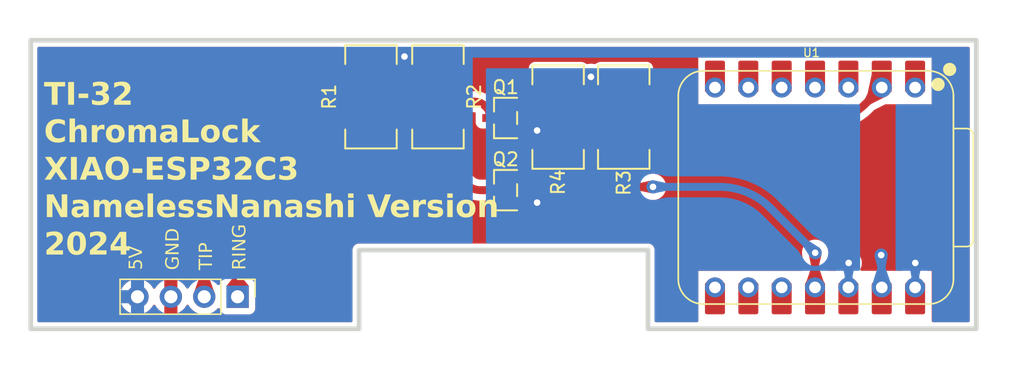
<source format=kicad_pcb>
(kicad_pcb (version 20241229) (generator "pcbnew") (generator_version "9.0")
  (layers (0 "F.Cu" signal) (2 "B.Cu" signal) (13 "F.Paste" user) (15 "B.Paste" user) (5 "F.SilkS" user "F.Silkscreen") (7 "B.SilkS" user "B.Silkscreen") (1 "F.Mask" user) (3 "B.Mask" user) (25 "Edge.Cuts" user))
  (net 0 "")
  (net 1 "RING")
  (net 2 "TIP")
  (net 3 "RING_GPIO")
  (net 4 "TIP_GPIO")
  (net 5 "+5V")
  (net 6 "+3.3V")
  (net 7 "GND")
  (footprint "easyeda2kicad:SOT-23-3_L2.9-W1.6-P1.90-LS2.8-BR" (layer "F.Cu") (at 121.5 58)
    (property "Reference" "Q1" (at 0 -2.35 0) (layer "F.SilkS"))
    (property "Value" "MMBF170")
    (fp_line (start -0.88 -1.54) (end -0.88 -0.49) (stroke (width 0.15)) (layer "F.SilkS"))
    (fp_line (start -0.88 1.54) (end -0.88 0.49) (stroke (width 0.15)) (layer "F.SilkS"))
    (fp_line (start 0.88 -1.54) (end -0.88 -1.54) (stroke (width 0.15)) (layer "F.SilkS"))
    (fp_line (start 0.88 -0.46) (end 0.88 0.46) (stroke (width 0.15)) (layer "F.SilkS"))
    (fp_line (start 0.88 1.54) (end -0.88 1.54) (stroke (width 0.15)) (layer "F.SilkS"))
    (pad "1" smd rect (at 1.24 0.95) (size 1.07 0.6) (layers "F.Cu" "F.Mask" "F.Paste") (net 6 "+3.3V"))
    (pad "2" smd rect (at 1.24 -0.95) (size 1.07 0.6) (layers "F.Cu" "F.Mask" "F.Paste") (net 4 "TIP_GPIO"))
    (pad "3" smd rect (at -1.24 0) (size 1.07 0.6) (layers "F.Cu" "F.Mask" "F.Paste") (net 2 "TIP"))
  )
  (footprint "Connector_PinHeader_2.54mm:PinHeader_1x04_P2.54mm_Vertical" (layer "F.Cu") (at 101.092 71.628 -90)
    (property "Reference" "J1" (hide yes))
    (property "Value" "Conn_01x04" (hide yes))
    (fp_line (start -1.33 8.95) (end 1.33 8.95) (stroke (width 0.12)) (layer "F.SilkS"))
    (fp_line (start -1.33 1.27) (end -1.33 8.95) (stroke (width 0.12)) (layer "F.SilkS"))
    (fp_line (start -1.33 1.27) (end 1.33 1.27) (stroke (width 0.12)) (layer "F.SilkS"))
    (fp_line (start 1.33 1.27) (end 1.33 8.95) (stroke (width 0.12)) (layer "F.SilkS"))
    (fp_line (start -1.33 0) (end -1.33 -1.33) (stroke (width 0.12)) (layer "F.SilkS"))
    (fp_line (start -1.33 -1.33) (end 0 -1.33) (stroke (width 0.12)) (layer "F.SilkS"))
    (pad "1" thru_hole rect (at 0 0 270) (size 1.7 1.7) (drill 1) (layers "*.Cu" "*.Mask") (net 1 "RING"))
    (pad "2" thru_hole oval (at 0 2.54 270) (size 1.7 1.7) (drill 1) (layers "*.Cu" "*.Mask") (net 2 "TIP"))
    (pad "3" thru_hole oval (at 0 5.08 270) (size 1.7 1.7) (drill 1) (layers "*.Cu" "*.Mask") (net 7 "GND"))
    (pad "4" thru_hole oval (at 0 7.62 270) (size 1.7 1.7) (drill 1) (layers "*.Cu" "*.Mask") (net 5 "+5V"))
  )
  (footprint "easyeda2kicad:R2512" (layer "F.Cu") (at 125.5 57.93 90)
    (property "Reference" "R4" (at -4.97 0 90) (layer "F.SilkS"))
    (property "Value" "FRC2512F1001TS")
    (fp_line (start 3.94 -1.96) (end 2.5 -1.96) (stroke (width 0.15)) (layer "F.SilkS"))
    (fp_line (start -3.94 -1.96) (end -2.5 -1.96) (stroke (width 0.15)) (layer "F.SilkS"))
    (fp_line (start 3.94 1.96) (end 3.94 -1.96) (stroke (width 0.15)) (layer "F.SilkS"))
    (fp_line (start 2.5 1.96) (end 3.94 1.96) (stroke (width 0.15)) (layer "F.SilkS"))
    (fp_line (start -2.5 1.96) (end -3.94 1.96) (stroke (width 0.15)) (layer "F.SilkS"))
    (fp_line (start -3.94 1.96) (end -3.94 -1.96) (stroke (width 0.15)) (layer "F.SilkS"))
    (pad "1" smd rect (at -3.07 0 90) (size 1.28 3.46) (layers "F.Cu" "F.Mask" "F.Paste") (net 3 "RING_GPIO"))
    (pad "2" smd rect (at 3.07 0 90) (size 1.28 3.46) (layers "F.Cu" "F.Mask" "F.Paste") (net 6 "+3.3V"))
  )
  (footprint "easyeda2kicad:R2512" (layer "F.Cu") (at 116.35 56.38 90)
    (property "Reference" "R2" (at 0 2.76 90) (layer "F.SilkS"))
    (property "Value" "FRC2512F1001TS")
    (fp_line (start 3.94 -1.96) (end 2.5 -1.96) (stroke (width 0.15)) (layer "F.SilkS"))
    (fp_line (start -3.94 -1.96) (end -2.5 -1.96) (stroke (width 0.15)) (layer "F.SilkS"))
    (fp_line (start 3.94 1.96) (end 3.94 -1.96) (stroke (width 0.15)) (layer "F.SilkS"))
    (fp_line (start 2.5 1.96) (end 3.94 1.96) (stroke (width 0.15)) (layer "F.SilkS"))
    (fp_line (start -2.5 1.96) (end -3.94 1.96) (stroke (width 0.15)) (layer "F.SilkS"))
    (fp_line (start -3.94 1.96) (end -3.94 -1.96) (stroke (width 0.15)) (layer "F.SilkS"))
    (pad "1" smd rect (at -3.07 0 90) (size 1.28 3.46) (layers "F.Cu" "F.Mask" "F.Paste") (net 1 "RING"))
    (pad "2" smd rect (at 3.07 0 90) (size 1.28 3.46) (layers "F.Cu" "F.Mask" "F.Paste") (net 5 "+5V"))
  )
  (footprint "Seeed_Studio_XIAO_Series:XIAO-ESP32-C3-DIP" (layer "F.Cu") (at 145.065 63.295)
    (property "Reference" "U1" (at -0.275 -10.275 0) (layer "F.SilkS") (effects (font (size 0.635 0.635) (thickness 0.1016))))
    (property "Value" "XIAO-ESP32-C3-DIP")
    (fp_line (start -10.414 -6.985) (end -10.414 6.985) (stroke (width 0.127)) (layer "F.SilkS"))
    (fp_line (start -8.509 -8.89) (end 8.636 -8.89) (stroke (width 0.127)) (layer "F.SilkS"))
    (fp_line (start -8.509 8.89) (end 8.636 8.89) (stroke (width 0.127)) (layer "F.SilkS"))
    (fp_line (start 10.541 -4.495) (end 11.551272 -4.491272) (stroke (width 0.127)) (layer "F.SilkS"))
    (fp_line (start 10.541 6.985) (end 10.541 -6.985) (stroke (width 0.1)) (layer "F.SilkS"))
    (fp_line (start 10.541 6.985) (end 10.541 -6.985) (stroke (width 0.127)) (layer "F.SilkS"))
    (fp_line (start 11.551 4.504) (end 10.541 4.504) (stroke (width 0.127)) (layer "F.SilkS"))
    (fp_line (start 12.051 -3.991272) (end 12.051 4.004) (stroke (width 0.127)) (layer "F.SilkS"))
    (fp_arc (start -10.414 -6.985) (mid -9.856038 -8.332038) (end -8.509 -8.89) (stroke (width 0.127)) (layer "F.SilkS"))
    (fp_arc (start -8.509 8.89) (mid -9.856038 8.332038) (end -10.414 6.985) (stroke (width 0.127)) (layer "F.SilkS"))
    (fp_arc (start 8.636 -8.89) (mid 9.983038 -8.332038) (end 10.541 -6.985) (stroke (width 0.127)) (layer "F.SilkS"))
    (fp_arc (start 10.541 6.985) (mid 9.983038 8.332038) (end 8.636 8.89) (stroke (width 0.127)) (layer "F.SilkS"))
    (fp_arc (start 11.551272 -4.491272) (mid 11.904644 -4.344724) (end 12.051 -3.991272) (stroke (width 0.127)) (layer "F.SilkS"))
    (fp_arc (start 12.051 4.004) (mid 11.904553 4.357553) (end 11.551 4.504) (stroke (width 0.127)) (layer "F.SilkS"))
    (fp_circle (center 9.37 -7.857) (end 9.624 -7.857) (stroke (width 0.5)) (fill yes) (layer "F.SilkS"))
    (fp_circle (center 10.25 -9) (end 10.504 -9) (stroke (width 0.5)) (fill yes) (layer "F.SilkS"))
    (pad "1" smd roundrect (at 7.62 -8.455 90) (size 2.432 1.524) (layers "F.Cu" "F.Mask") (roundrect_rratio 0.1))
    (pad "1" thru_hole circle (at 7.62 -7.62 90) (size 1.524 1.524) (drill 0.889) (layers "*.Cu" "*.Mask"))
    (pad "2" smd roundrect (at 5.08 -8.455 90) (size 2.432 1.524) (layers "F.Cu" "F.Mask") (roundrect_rratio 0.1) (net 4 "TIP_GPIO"))
    (pad "2" thru_hole circle (at 5.08 -7.62 90) (size 1.524 1.524) (drill 0.889) (layers "*.Cu" "*.Mask") (net 4 "TIP_GPIO"))
    (pad "3" smd roundrect (at 2.54 -8.455 90) (size 2.432 1.524) (layers "F.Cu" "F.Mask") (roundrect_rratio 0.1))
    (pad "3" thru_hole circle (at 2.54 -7.62 90) (size 1.524 1.524) (drill 0.889) (layers "*.Cu" "*.Mask"))
    (pad "4" smd roundrect (at 0 -8.455 90) (size 2.432 1.524) (layers "F.Cu" "F.Mask") (roundrect_rratio 0.1))
    (pad "4" thru_hole circle (at 0 -7.62 90) (size 1.524 1.524) (drill 0.889) (layers "*.Cu" "*.Mask"))
    (pad "5" smd roundrect (at -2.54 -8.455 90) (size 2.432 1.524) (layers "F.Cu" "F.Mask") (roundrect_rratio 0.1))
    (pad "5" thru_hole circle (at -2.54 -7.62 90) (size 1.524 1.524) (drill 0.889) (layers "*.Cu" "*.Mask"))
    (pad "6" smd roundrect (at -5.08 -8.455 90) (size 2.432 1.524) (layers "F.Cu" "F.Mask") (roundrect_rratio 0.1))
    (pad "6" thru_hole circle (at -5.08 -7.62 90) (size 1.524 1.524) (drill 0.889) (layers "*.Cu" "*.Mask"))
    (pad "7" smd roundrect (at -7.62 -8.455 90) (size 2.432 1.524) (layers "F.Cu" "F.Mask") (roundrect_rratio 0.1))
    (pad "7" thru_hole circle (at -7.62 -7.62 90) (size 1.524 1.524) (drill 0.889) (layers "*.Cu" "*.Mask"))
    (pad "8" thru_hole circle (at -7.62 7.62 270) (size 1.524 1.524) (drill 0.889) (layers "*.Cu" "*.Mask"))
    (pad "8" smd roundrect (at -7.62 8.455 270) (size 2.432 1.524) (layers "F.Cu" "F.Mask") (roundrect_rratio 0.1))
    (pad "9" thru_hole circle (at -5.08 7.62 270) (size 1.524 1.524) (drill 0.889) (layers "*.Cu" "*.Mask"))
    (pad "9" smd roundrect (at -5.08 8.455 270) (size 2.432 1.524) (layers "F.Cu" "F.Mask") (roundrect_rratio 0.1))
    (pad "10" thru_hole circle (at -2.54 7.62 270) (size 1.524 1.524) (drill 0.889) (layers "*.Cu" "*.Mask"))
    (pad "10" smd roundrect (at -2.54 8.455 270) (size 2.432 1.524) (layers "F.Cu" "F.Mask") (roundrect_rratio 0.1))
    (pad "11" thru_hole circle (at 0 7.62 270) (size 1.524 1.524) (drill 0.889) (layers "*.Cu" "*.Mask") (net 3 "RING_GPIO"))
    (pad "11" smd roundrect (at 0 8.455 270) (size 2.432 1.524) (layers "F.Cu" "F.Mask") (roundrect_rratio 0.1) (net 3 "RING_GPIO"))
    (pad "12" thru_hole circle (at 2.54 7.62 270) (size 1.524 1.524) (drill 0.889) (layers "*.Cu" "*.Mask") (net 6 "+3.3V"))
    (pad "12" smd roundrect (at 2.54 8.455 270) (size 2.432 1.524) (layers "F.Cu" "F.Mask") (roundrect_rratio 0.1) (net 6 "+3.3V"))
    (pad "13" thru_hole circle (at 5.08 7.62 270) (size 1.524 1.524) (drill 0.889) (layers "*.Cu" "*.Mask") (net 7 "GND"))
    (pad "13" smd roundrect (at 5.08 8.455 270) (size 2.432 1.524) (layers "F.Cu" "F.Mask") (roundrect_rratio 0.1) (net 7 "GND"))
    (pad "14" thru_hole circle (at 7.62 7.62 270) (size 1.524 1.524) (drill 0.889) (layers "*.Cu" "*.Mask") (net 5 "+5V"))
    (pad "14" smd roundrect (at 7.62 8.455 270) (size 2.432 1.524) (layers "F.Cu" "F.Mask") (roundrect_rratio 0.1) (net 5 "+5V"))
  )
  (footprint "easyeda2kicad:R2512" (layer "F.Cu") (at 130.5 57.93 90)
    (property "Reference" "R3" (at -5.02 0 90) (layer "F.SilkS"))
    (property "Value" "FRC2512F1001TS")
    (fp_line (start 3.94 -1.96) (end 2.5 -1.96) (stroke (width 0.15)) (layer "F.SilkS"))
    (fp_line (start -3.94 -1.96) (end -2.5 -1.96) (stroke (width 0.15)) (layer "F.SilkS"))
    (fp_line (start 3.94 1.96) (end 3.94 -1.96) (stroke (width 0.15)) (layer "F.SilkS"))
    (fp_line (start 2.5 1.96) (end 3.94 1.96) (stroke (width 0.15)) (layer "F.SilkS"))
    (fp_line (start -2.5 1.96) (end -3.94 1.96) (stroke (width 0.15)) (layer "F.SilkS"))
    (fp_line (start -3.94 1.96) (end -3.94 -1.96) (stroke (width 0.15)) (layer "F.SilkS"))
    (pad "1" smd rect (at -3.07 0 90) (size 1.28 3.46) (layers "F.Cu" "F.Mask" "F.Paste") (net 4 "TIP_GPIO"))
    (pad "2" smd rect (at 3.07 0 90) (size 1.28 3.46) (layers "F.Cu" "F.Mask" "F.Paste") (net 6 "+3.3V"))
  )
  (footprint "easyeda2kicad:SOT-23-3_L2.9-W1.6-P1.90-LS2.8-BR" (layer "F.Cu") (at 121.5 63.5)
    (property "Reference" "Q2" (at 0 -2.35 0) (layer "F.SilkS"))
    (property "Value" "MMBF170")
    (fp_line (start -0.88 -1.54) (end -0.88 -0.49) (stroke (width 0.15)) (layer "F.SilkS"))
    (fp_line (start -0.88 1.54) (end -0.88 0.49) (stroke (width 0.15)) (layer "F.SilkS"))
    (fp_line (start 0.88 -1.54) (end -0.88 -1.54) (stroke (width 0.15)) (layer "F.SilkS"))
    (fp_line (start 0.88 -0.46) (end 0.88 0.46) (stroke (width 0.15)) (layer "F.SilkS"))
    (fp_line (start 0.88 1.54) (end -0.88 1.54) (stroke (width 0.15)) (layer "F.SilkS"))
    (pad "1" smd rect (at 1.24 0.95) (size 1.07 0.6) (layers "F.Cu" "F.Mask" "F.Paste") (net 6 "+3.3V"))
    (pad "2" smd rect (at 1.24 -0.95) (size 1.07 0.6) (layers "F.Cu" "F.Mask" "F.Paste") (net 3 "RING_GPIO"))
    (pad "3" smd rect (at -1.24 0) (size 1.07 0.6) (layers "F.Cu" "F.Mask" "F.Paste") (net 1 "RING"))
  )
  (footprint "easyeda2kicad:R2512" (layer "F.Cu") (at 111.25 56.38 90)
    (property "Reference" "R1" (at 0 -3.18 90) (layer "F.SilkS"))
    (property "Value" "FRC2512F1001TS")
    (fp_line (start 3.94 -1.96) (end 2.5 -1.96) (stroke (width 0.15)) (layer "F.SilkS"))
    (fp_line (start -3.94 -1.96) (end -2.5 -1.96) (stroke (width 0.15)) (layer "F.SilkS"))
    (fp_line (start 3.94 1.96) (end 3.94 -1.96) (stroke (width 0.15)) (layer "F.SilkS"))
    (fp_line (start 2.5 1.96) (end 3.94 1.96) (stroke (width 0.15)) (layer "F.SilkS"))
    (fp_line (start -2.5 1.96) (end -3.94 1.96) (stroke (width 0.15)) (layer "F.SilkS"))
    (fp_line (start -3.94 1.96) (end -3.94 -1.96) (stroke (width 0.15)) (layer "F.SilkS"))
    (pad "1" smd rect (at -3.07 0 90) (size 1.28 3.46) (layers "F.Cu" "F.Mask" "F.Paste") (net 2 "TIP"))
    (pad "2" smd rect (at 3.07 0 90) (size 1.28 3.46) (layers "F.Cu" "F.Mask" "F.Paste") (net 5 "+5V"))
  )
  (gr_line (start 110.344021 74.070204) (end 110.344021 68.070051) (stroke (width 0.35738)) (layer "Edge.Cuts"))
  (gr_line (start 132.344233 74.070204) (end 157.344263 74.070204) (stroke (width 0.35738)) (layer "Edge.Cuts"))
  (gr_line (start 157.344263 74.070204) (end 157.344263 52.07) (stroke (width 0.35738)) (layer "Edge.Cuts"))
  (gr_line (start 132.344233 68.070051) (end 132.344233 74.070204) (stroke (width 0.35738)) (layer "Edge.Cuts"))
  (gr_line (start 110.344013 52.07) (end 85.344 52.07) (stroke (width 0.35738)) (layer "Edge.Cuts"))
  (gr_line (start 85.344 52.07) (end 85.344 74.070204) (stroke (width 0.35738)) (layer "Edge.Cuts"))
  (gr_line (start 85.344 74.070204) (end 110.344021 74.070204) (stroke (width 0.35738)) (layer "Edge.Cuts"))
  (gr_line (start 132.344217 52.07) (end 110.344013 52.07) (stroke (width 0.35738)) (layer "Edge.Cuts"))
  (gr_line (start 157.344263 52.07) (end 132.344217 52.07) (stroke (width 0.35738)) (layer "Edge.Cuts"))
  (gr_line (start 110.344021 68.070051) (end 132.344233 68.070051) (stroke (width 0.35738)) (layer "Edge.Cuts"))
  (gr_text "RING" (at 101.854 69.596 90) (layer "F.SilkS") (effects (font (size 1 1)) (justify left bottom)))
  (gr_text "GND" (at 96.774 69.596 90) (layer "F.SilkS") (effects (font (size 1 1)) (justify left bottom)))
  (gr_text "TIP\n" (at 99.314 69.596 90) (layer "F.SilkS") (effects (font (size 1 1)) (justify left bottom)))
  (gr_text "5V" (at 93.98 69.596 90) (layer "F.SilkS") (effects (font (size 1 1)) (justify left bottom)))
  (gr_text "TI-32\nChromaLock\nXIAO-ESP32C3\nNamelessNanashi Version\n2024" (at 86.35 68.7 0) (layer "F.SilkS") (effects (font (size 1.7 1.7) (thickness 0.2) (bold yes)) (justify left bottom)))
  (segment (start 101.092 70.593) (end 101.092 71.628) (width 0.6) (layer "F.Cu") (net 1))
  (segment (start 116.862652 61.412652) (end 118.486845 63.036845) (width 0.6) (layer "F.Cu") (net 1))
  (segment (start 101.823855 68.826144) (end 104.756207 65.893792) (width 0.6) (layer "F.Cu") (net 1))
  (segment (start 115.837347 61.412652) (end 114.543792 62.706207) (width 0.6) (layer "F.Cu") (net 1))
  (segment (start 116.35 60.175) (end 116.35 59.45) (width 0.6) (layer "F.Cu") (net 1))
  (segment (start 110.696036 64.3) (end 108.603963 64.3) (width 0.6) (layer "F.Cu") (net 1))
  (segment (start 119.605 63.5) (end 120.26 63.5) (width 0.6) (layer "F.Cu") (net 1))
  (arc (start 116.35 60.175) (mid 116.483233 60.844812) (end 116.862652 61.412652) (width 0.6) (layer "F.Cu") (net 1))
  (arc (start 118.486845 63.036845) (mid 118.999858 63.379629) (end 119.605 63.5) (width 0.6) (layer "F.Cu") (net 1))
  (arc (start 101.823855 68.826144) (mid 101.282202 69.636784) (end 101.092 70.593) (width 0.6) (layer "F.Cu") (net 1))
  (arc (start 108.603963 64.3) (mid 106.521572 64.714213) (end 104.756207 65.893792) (width 0.6) (layer "F.Cu") (net 1))
  (arc (start 116.862652 61.412652) (mid 116.349999 61.200304) (end 115.837347 61.412652) (width 0.6) (layer "F.Cu") (net 1))
  (arc (start 115.837347 61.412652) (mid 116.216765 60.844812) (end 116.35 60.175) (width 0.6) (layer "F.Cu") (net 1))
  (arc (start 114.543792 62.706207) (mid 112.778426 63.885786) (end 110.696036 64.3) (width 0.6) (layer "F.Cu") (net 1))
  (segment (start 113.469238 56.75) (end 119.133309 56.75) (width 0.6) (layer "F.Cu") (net 2))
  (segment (start 120.26 57.705) (end 120.26 58) (width 0.6) (layer "F.Cu") (net 2))
  (segment (start 111.25 59.45) (end 111.25 58.75) (width 0.6) (layer "F.Cu") (net 2))
  (segment (start 99.959142 66.240857) (end 105.159009 61.04099) (width 0.6) (layer "F.Cu") (net 2))
  (segment (start 119.93 57.08) (end 120.051403 57.201403) (width 0.6) (layer "F.Cu") (net 2))
  (segment (start 98.552 69.638) (end 98.552 71.628) (width 0.6) (layer "F.Cu") (net 2))
  (segment (start 109 59.45) (end 111.25 59.45) (width 0.6) (layer "F.Cu") (net 2))
  (segment (start 111.744974 57.555025) (end 111.9 57.4) (width 0.6) (layer "F.Cu") (net 2))
  (arc (start 109 59.45) (mid 106.92127 59.863484) (end 105.159009 61.04099) (width 0.6) (layer "F.Cu") (net 2))
  (arc (start 111.744974 57.555025) (mid 111.378639 58.103284) (end 111.25 58.75) (width 0.6) (layer "F.Cu") (net 2))
  (arc (start 113.469238 56.75) (mid 112.619972 56.918929) (end 111.9 57.4) (width 0.6) (layer "F.Cu") (net 2))
  (arc (start 99.959142 66.240857) (mid 98.917704 67.799479) (end 98.552 69.638) (width 0.6) (layer "F.Cu") (net 2))
  (arc (start 120.051403 57.201403) (mid 120.205787 57.432455) (end 120.26 57.705) (width 0.6) (layer "F.Cu") (net 2))
  (arc (start 119.93 57.08) (mid 119.564475 56.835764) (end 119.133309 56.75) (width 0.6) (layer "F.Cu") (net 2))
  (segment (start 125.5 61) (end 126.625 62.125) (width 0.6) (layer "F.Cu") (net 3))
  (segment (start 145.065 68.292071) (end 145.065 70.915) (width 0.6) (layer "F.Cu") (net 3))
  (segment (start 122.74 61.870624) (end 122.74 62.55) (width 0.6) (layer "F.Cu") (net 3))
  (segment (start 132.725 63.25) (end 132.25 63.25) (width 0.6) (layer "F.Cu") (net 3))
  (segment (start 132.725 63.25) (end 129.34099 63.25) (width 0.6) (layer "F.Cu") (net 3))
  (segment (start 123.610624 61) (end 125.5 61) (width 0.6) (layer "F.Cu") (net 3))
  (segment (start 145.075 68.275) (end 145.07 68.28) (width 0.6) (layer "F.Cu") (net 3))
  (via (at 145.075 68.275) (size 1) (drill 0.5) (layers "F.Cu" "B.Cu") (net 3))
  (via (at 132.725 63.25) (size 1) (drill 0.5) (layers "F.Cu" "B.Cu") (net 3))
  (arc (start 126.625 62.125) (mid 127.871106 62.957622) (end 129.34099 63.25) (width 0.6) (layer "F.Cu") (net 3))
  (arc (start 123.610624 61) (mid 123.27745 61.066272) (end 122.995 61.255) (width 0.6) (layer "F.Cu") (net 3))
  (arc (start 122.995 61.255) (mid 122.806272 61.53745) (end 122.74 61.870624) (width 0.6) (layer "F.Cu") (net 3))
  (arc (start 145.07 68.28) (mid 145.066299 68.285538) (end 145.065 68.292071) (width 0.6) (layer "F.Cu") (net 3))
  (segment (start 132.725 63.25) (end 137.796036 63.25) (width 0.6) (layer "B.Cu") (net 3))
  (segment (start 145.075 68.275) (end 141.643792 64.843792) (width 0.6) (layer "B.Cu") (net 3))
  (arc (start 141.643792 64.843792) (mid 139.878426 63.664213) (end 137.796036 63.25) (width 0.6) (layer "B.Cu") (net 3))
  (segment (start 129.792893 60.292893) (end 127.897038 58.397038) (width 0.6) (layer "F.Cu") (net 4))
  (segment (start 133.899999 59.599999) (end 133.207106 60.292893) (width 0.6) (layer "F.Cu") (net 4))
  (segment (start 145.834555 58.2) (end 137.279898 58.2) (width 0.6) (layer "F.Cu") (net 4))
  (segment (start 149.86 56.04) (end 149.86 54.701) (width 0.6) (layer "F.Cu") (net 4))
  (segment (start 124.645 57.05) (end 122.74 57.05) (width 0.6) (layer "F.Cu") (net 4))
  (segment (start 148.8825 56.9375) (end 150.145 55.675) (width 0.6) (layer "F.Cu") (net 4))
  (arc (start 148.8825 56.9375) (mid 147.484091 57.871886) (end 145.834555 58.2) (width 0.6) (layer "F.Cu") (net 4))
  (arc (start 137.279898 58.2) (mid 135.45071 58.563847) (end 133.899999 59.599999) (width 0.6) (layer "F.Cu") (net 4))
  (arc (start 127.897038 58.397038) (mid 126.40499 57.400083) (end 124.645 57.05) (width 0.6) (layer "F.Cu") (net 4))
  (arc (start 129.792893 60.292893) (mid 130.57612 60.816228) (end 131.5 61) (width 0.6) (layer "F.Cu") (net 4))
  (arc (start 133.207106 60.292893) (mid 132.423879 60.816228) (end 131.5 61) (width 0.6) (layer "F.Cu") (net 4))
  (segment (start 113.8 53.31) (end 111.25 53.31) (width 0.6) (layer "F.Cu") (net 5))
  (segment (start 116.34 53) (end 116.35 53.01) (width 0.6) (layer "F.Cu") (net 5))
  (segment (start 113.8 53.31) (end 116.35 53.31) (width 0.6) (layer "F.Cu") (net 5))
  (segment (start 111.26 53) (end 111.25 53.01) (width 0.6) (layer "F.Cu") (net 5))
  (via (at 113.8 53.31) (size 1) (drill 0.5) (layers "F.Cu" "B.Cu") (net 5))
  (via (at 152.7 69.05) (size 1) (drill 0.5) (layers "F.Cu" "B.Cu") (net 5))
  (segment (start 152.6925 70.9075) (end 152.685 70.915) (width 0.6) (layer "B.Cu") (net 5))
  (segment (start 152.7 69.05) (end 152.7 70.889393) (width 0.6) (layer "B.Cu") (net 5))
  (arc (start 152.7 70.889393) (mid 152.69805 70.899192) (end 152.6925 70.9075) (width 0.6) (layer "B.Cu") (net 5))
  (segment (start 123.9 64.45) (end 122.74 64.45) (width 0.6) (layer "F.Cu") (net 6))
  (segment (start 123.9 58.95) (end 122.74 58.95) (width 0.6) (layer "F.Cu") (net 6))
  (segment (start 128 54.86) (end 130.5 54.86) (width 0.6) (layer "F.Cu") (net 6))
  (segment (start 128 54.86) (end 125.5 54.86) (width 0.6) (layer "F.Cu") (net 6))
  (via (at 147.625 69.05) (size 1) (drill 0.5) (layers "F.Cu" "B.Cu") (net 6))
  (via (at 123.9 58.95) (size 1) (drill 0.5) (layers "F.Cu" "B.Cu") (net 6))
  (via (at 128 54.86) (size 1) (drill 0.5) (layers "F.Cu" "B.Cu") (net 6))
  (via (at 123.9 64.45) (size 1) (drill 0.5) (layers "F.Cu" "B.Cu") (net 6))
  (segment (start 147.625 69.05) (end 147.625 70.880857) (width 0.6) (layer "B.Cu") (net 6))
  (segment (start 147.615 70.905) (end 147.605 70.915) (width 0.6) (layer "B.Cu") (net 6))
  (arc (start 147.625 70.880857) (mid 147.622401 70.893923) (end 147.615 70.905) (width 0.6) (layer "B.Cu") (net 6))
  (via (at 150.1 68.45) (size 1) (drill 0.5) (layers "F.Cu" "B.Cu") (net 7))
  (segment (start 150.135 70.905) (end 150.145 70.915) (width 0.6) (layer "B.Cu") (net 7))
  (segment (start 150.125 68.492677) (end 150.125 70.880857) (width 0.6) (layer "B.Cu") (net 7))
  (segment (start 150.1125 68.4625) (end 150.1 68.45) (width 0.6) (layer "B.Cu") (net 7))
  (arc (start 150.1125 68.4625) (mid 150.121751 68.476345) (end 150.125 68.492677) (width 0.6) (layer "B.Cu") (net 7))
  (arc (start 150.125 70.880857) (mid 150.127598 70.893923) (end 150.135 70.905) (width 0.6) (layer "B.Cu") (net 7))
  (zone (net 0) (net_name "") (layer "F.Cu") (connect_pads (clearance 0)) (min_thickness 0.25)
    (keepout (tracks allowed) (vias allowed) (pads allowed) (copperpour not_allowed) (footprints allowed))
    (fill (thermal_gap 0.5) (thermal_bridge_width 0.5))
    (polygon (pts (xy 136.175 69.652712) (xy 136.175 73.7) (xy 153.95 73.7) (xy 153.95 69.652712)))
  )
  (zone (net 0) (net_name "") (layer "F.Cu") (connect_pads (clearance 0)) (min_thickness 0.25)
    (keepout (tracks allowed) (vias allowed) (pads allowed) (copperpour not_allowed) (footprints allowed))
    (fill (thermal_gap 0.5) (thermal_bridge_width 0.5))
    (polygon (pts (xy 136.175 53.125) (xy 136.175 56.95) (xy 153.95 56.95) (xy 153.95 53.125)))
  )
  (zone (net 7) (net_name "GND") (layer "F.Cu") (priority 1) (connect_pads (clearance 0.5)) (min_thickness 0.2) (fill yes (thermal_gap 0.5) (thermal_bridge_width 1) (island_removal_mode 1) (island_area_min 10))
    (polygon (pts (xy 159 76) (xy 159 50) (xy 83 50) (xy 83 76)))
  )
  (zone (net 0) (net_name "") (layer "B.Cu") (connect_pads (clearance 0)) (min_thickness 0.25)
    (keepout (tracks allowed) (vias allowed) (pads allowed) (copperpour not_allowed) (footprints allowed))
    (fill (thermal_gap 0.5) (thermal_bridge_width 0.5))
    (polygon (pts (xy 136.175 73.875) (xy 136.175 69.65) (xy 153.975 69.65) (xy 153.975 73.925) (xy 136.175 73.925)))
  )
  (zone (net 5) (net_name "+5V") (layer "B.Cu") (priority 1) (connect_pads (clearance 0.5)) (min_thickness 0.25) (fill yes (thermal_gap 0.5) (thermal_bridge_width 1))
    (polygon (pts (xy 84 77) (xy 84 49) (xy 161 49) (xy 161 76.635) (xy 151.2 76.635) (xy 151.2 53.4) (xy 119 53.4) (xy 119 77)))
  )
  (zone (net 6) (net_name "+3.3V") (layer "B.Cu") (priority 2) (connect_pads (clearance 0.5)) (min_thickness 0.25) (fill yes (thermal_gap 0.5) (thermal_bridge_width 1))
    (polygon (pts (xy 148.5 77) (xy 120 77) (xy 120 54.2) (xy 148.5 54.2)))
  )
  (zone (net 0) (net_name "") (layer "B.Cu") (connect_pads (clearance 0)) (min_thickness 0.25)
    (keepout (tracks allowed) (vias allowed) (pads allowed) (copperpour not_allowed) (footprints allowed))
    (fill (thermal_gap 0.5) (thermal_bridge_width 0.5))
    (polygon (pts (xy 136.175 56.95) (xy 136.175 53.4) (xy 153.95 53.4) (xy 153.95 56.95)))
  )
)
</source>
